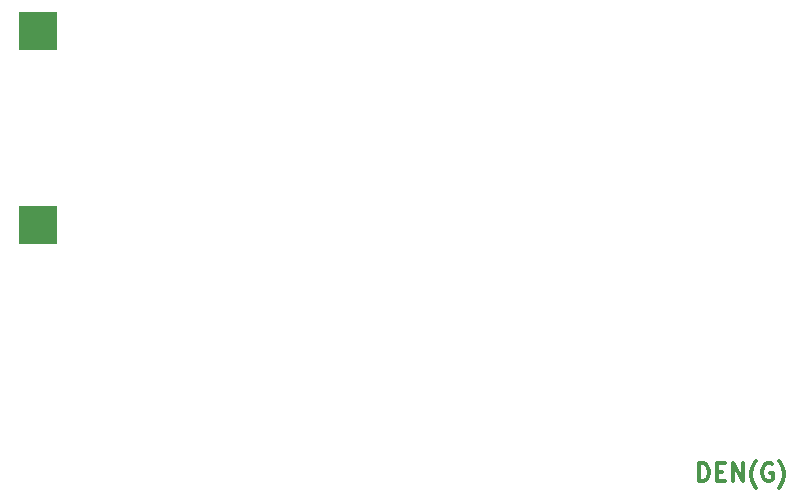
<source format=gbr>
G04 #@! TF.GenerationSoftware,KiCad,Pcbnew,5.0.1-33cea8e~68~ubuntu16.04.1*
G04 #@! TF.CreationDate,2018-10-29T01:45:26-07:00*
G04 #@! TF.ProjectId,integrated-board-design-1,696E74656772617465642D626F617264,rev?*
G04 #@! TF.SameCoordinates,Original*
G04 #@! TF.FileFunction,Paste,Bot*
G04 #@! TF.FilePolarity,Positive*
%FSLAX46Y46*%
G04 Gerber Fmt 4.6, Leading zero omitted, Abs format (unit mm)*
G04 Created by KiCad (PCBNEW 5.0.1-33cea8e~68~ubuntu16.04.1) date Mon 29 Oct 2018 01:45:26 AM PDT*
%MOMM*%
%LPD*%
G01*
G04 APERTURE LIST*
%ADD10C,0.375000*%
%ADD11R,3.200000X3.200000*%
G04 APERTURE END LIST*
D10*
X125167857Y-138528571D02*
X125167857Y-137028571D01*
X125525000Y-137028571D01*
X125739285Y-137100000D01*
X125882142Y-137242857D01*
X125953571Y-137385714D01*
X126025000Y-137671428D01*
X126025000Y-137885714D01*
X125953571Y-138171428D01*
X125882142Y-138314285D01*
X125739285Y-138457142D01*
X125525000Y-138528571D01*
X125167857Y-138528571D01*
X126667857Y-137742857D02*
X127167857Y-137742857D01*
X127382142Y-138528571D02*
X126667857Y-138528571D01*
X126667857Y-137028571D01*
X127382142Y-137028571D01*
X128025000Y-138528571D02*
X128025000Y-137028571D01*
X128882142Y-138528571D01*
X128882142Y-137028571D01*
X130025000Y-139100000D02*
X129953571Y-139028571D01*
X129810714Y-138814285D01*
X129739285Y-138671428D01*
X129667857Y-138457142D01*
X129596428Y-138100000D01*
X129596428Y-137814285D01*
X129667857Y-137457142D01*
X129739285Y-137242857D01*
X129810714Y-137100000D01*
X129953571Y-136885714D01*
X130025000Y-136814285D01*
X131382142Y-137100000D02*
X131239285Y-137028571D01*
X131025000Y-137028571D01*
X130810714Y-137100000D01*
X130667857Y-137242857D01*
X130596428Y-137385714D01*
X130525000Y-137671428D01*
X130525000Y-137885714D01*
X130596428Y-138171428D01*
X130667857Y-138314285D01*
X130810714Y-138457142D01*
X131025000Y-138528571D01*
X131167857Y-138528571D01*
X131382142Y-138457142D01*
X131453571Y-138385714D01*
X131453571Y-137885714D01*
X131167857Y-137885714D01*
X131953571Y-139100000D02*
X132025000Y-139028571D01*
X132167857Y-138814285D01*
X132239285Y-138671428D01*
X132310714Y-138457142D01*
X132382142Y-138100000D01*
X132382142Y-137814285D01*
X132310714Y-137457142D01*
X132239285Y-137242857D01*
X132167857Y-137100000D01*
X132025000Y-136885714D01*
X131953571Y-136814285D01*
D11*
G04 #@! TO.C,B1*
X69226015Y-116881709D03*
X69226015Y-100430909D03*
G04 #@! TD*
M02*

</source>
